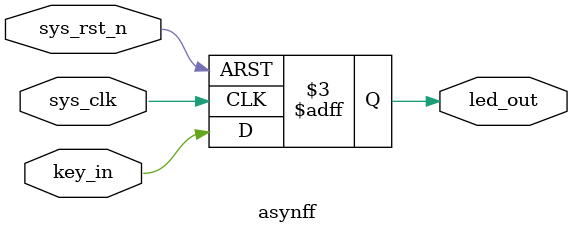
<source format=v>
module asynff (
input wire sys_clk , //Clock input. we Will use system clock, 50M Hz
input wire sys_rst_n, //Reset button
input wire key_in , //Input button

output reg led_out //Output
 );

 always@(posedge sys_clk or negedge sys_rst_n) begin
 if(sys_rst_n == 1'b0) 
 begin
 led_out <= 1'b0; 
 end
 else
 begin
 led_out <= key_in;
 end
 end


endmodule

</source>
